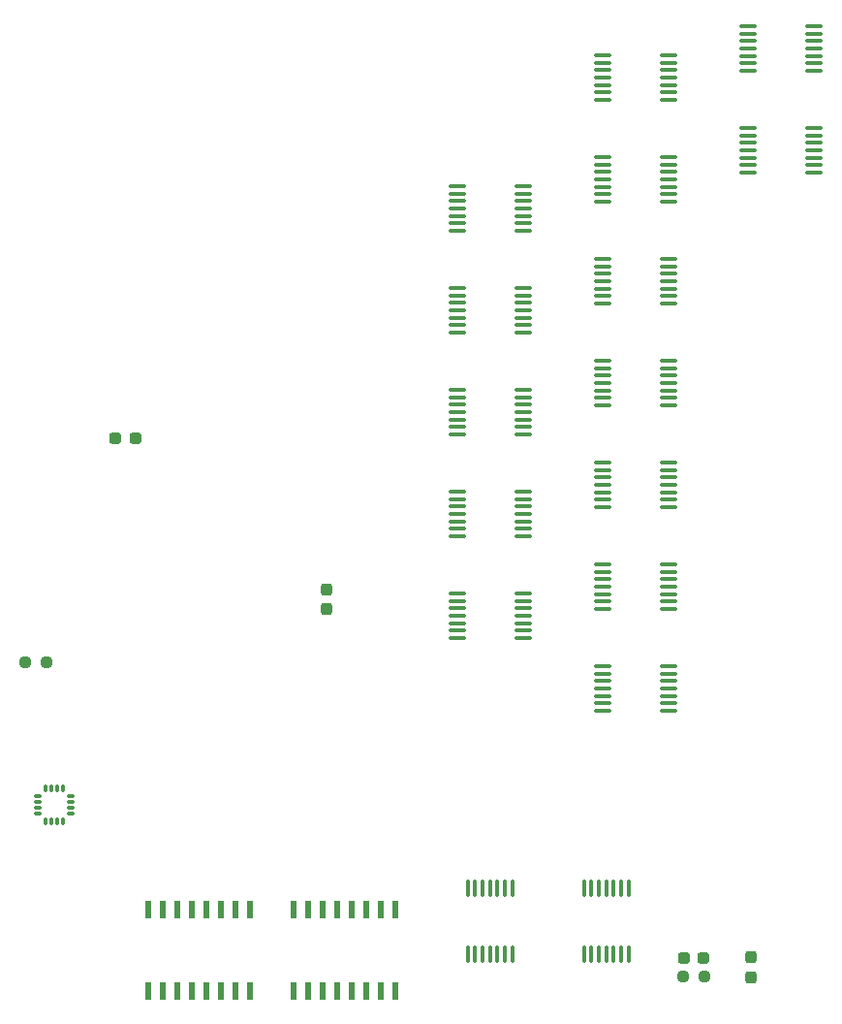
<source format=gtp>
G04 #@! TF.GenerationSoftware,KiCad,Pcbnew,(6.0.2)*
G04 #@! TF.CreationDate,2022-03-02T03:30:40+09:00*
G04 #@! TF.ProjectId,nes_peripheral,6e65735f-7065-4726-9970-686572616c2e,rev?*
G04 #@! TF.SameCoordinates,Original*
G04 #@! TF.FileFunction,Paste,Top*
G04 #@! TF.FilePolarity,Positive*
%FSLAX46Y46*%
G04 Gerber Fmt 4.6, Leading zero omitted, Abs format (unit mm)*
G04 Created by KiCad (PCBNEW (6.0.2)) date 2022-03-02 03:30:40*
%MOMM*%
%LPD*%
G01*
G04 APERTURE LIST*
G04 Aperture macros list*
%AMRoundRect*
0 Rectangle with rounded corners*
0 $1 Rounding radius*
0 $2 $3 $4 $5 $6 $7 $8 $9 X,Y pos of 4 corners*
0 Add a 4 corners polygon primitive as box body*
4,1,4,$2,$3,$4,$5,$6,$7,$8,$9,$2,$3,0*
0 Add four circle primitives for the rounded corners*
1,1,$1+$1,$2,$3*
1,1,$1+$1,$4,$5*
1,1,$1+$1,$6,$7*
1,1,$1+$1,$8,$9*
0 Add four rect primitives between the rounded corners*
20,1,$1+$1,$2,$3,$4,$5,0*
20,1,$1+$1,$4,$5,$6,$7,0*
20,1,$1+$1,$6,$7,$8,$9,0*
20,1,$1+$1,$8,$9,$2,$3,0*%
G04 Aperture macros list end*
%ADD10RoundRect,0.100000X-0.637500X-0.100000X0.637500X-0.100000X0.637500X0.100000X-0.637500X0.100000X0*%
%ADD11O,0.300000X0.800000*%
%ADD12O,0.800000X0.300000*%
%ADD13RoundRect,0.237500X-0.237500X0.287500X-0.237500X-0.287500X0.237500X-0.287500X0.237500X0.287500X0*%
%ADD14RoundRect,0.237500X0.250000X0.237500X-0.250000X0.237500X-0.250000X-0.237500X0.250000X-0.237500X0*%
%ADD15RoundRect,0.237500X-0.287500X-0.237500X0.287500X-0.237500X0.287500X0.237500X-0.287500X0.237500X0*%
%ADD16RoundRect,0.237500X0.287500X0.237500X-0.287500X0.237500X-0.287500X-0.237500X0.287500X-0.237500X0*%
%ADD17R,0.600000X1.500000*%
%ADD18RoundRect,0.100000X-0.100000X0.637500X-0.100000X-0.637500X0.100000X-0.637500X0.100000X0.637500X0*%
%ADD19RoundRect,0.237500X0.237500X-0.287500X0.237500X0.287500X-0.237500X0.287500X-0.237500X-0.287500X0*%
G04 APERTURE END LIST*
D10*
X93657500Y-93300000D03*
X93657500Y-93950000D03*
X93657500Y-94600000D03*
X93657500Y-95250000D03*
X93657500Y-95900000D03*
X93657500Y-96550000D03*
X93657500Y-97200000D03*
X99382500Y-97200000D03*
X99382500Y-96550000D03*
X99382500Y-95900000D03*
X99382500Y-95250000D03*
X99382500Y-94600000D03*
X99382500Y-93950000D03*
X99382500Y-93300000D03*
X93657500Y-75520000D03*
X93657500Y-76170000D03*
X93657500Y-76820000D03*
X93657500Y-77470000D03*
X93657500Y-78120000D03*
X93657500Y-78770000D03*
X93657500Y-79420000D03*
X99382500Y-79420000D03*
X99382500Y-78770000D03*
X99382500Y-78120000D03*
X99382500Y-77470000D03*
X99382500Y-76820000D03*
X99382500Y-76170000D03*
X99382500Y-75520000D03*
X80957500Y-60280000D03*
X80957500Y-60930000D03*
X80957500Y-61580000D03*
X80957500Y-62230000D03*
X80957500Y-62880000D03*
X80957500Y-63530000D03*
X80957500Y-64180000D03*
X86682500Y-64180000D03*
X86682500Y-63530000D03*
X86682500Y-62880000D03*
X86682500Y-62230000D03*
X86682500Y-61580000D03*
X86682500Y-60930000D03*
X86682500Y-60280000D03*
D11*
X46470000Y-112850000D03*
X45970000Y-112850000D03*
X45470000Y-112850000D03*
X44970000Y-112850000D03*
D12*
X44270000Y-113550000D03*
X44270000Y-114050000D03*
X44270000Y-114550000D03*
X44270000Y-115050000D03*
D11*
X44970000Y-115750000D03*
X45470000Y-115750000D03*
X45970000Y-115750000D03*
X46470000Y-115750000D03*
D12*
X47170000Y-115050000D03*
X47170000Y-114550000D03*
X47170000Y-114050000D03*
X47170000Y-113550000D03*
D10*
X93657500Y-84410000D03*
X93657500Y-85060000D03*
X93657500Y-85710000D03*
X93657500Y-86360000D03*
X93657500Y-87010000D03*
X93657500Y-87660000D03*
X93657500Y-88310000D03*
X99382500Y-88310000D03*
X99382500Y-87660000D03*
X99382500Y-87010000D03*
X99382500Y-86360000D03*
X99382500Y-85710000D03*
X99382500Y-85060000D03*
X99382500Y-84410000D03*
X80957500Y-95840000D03*
X80957500Y-96490000D03*
X80957500Y-97140000D03*
X80957500Y-97790000D03*
X80957500Y-98440000D03*
X80957500Y-99090000D03*
X80957500Y-99740000D03*
X86682500Y-99740000D03*
X86682500Y-99090000D03*
X86682500Y-98440000D03*
X86682500Y-97790000D03*
X86682500Y-97140000D03*
X86682500Y-96490000D03*
X86682500Y-95840000D03*
D13*
X106640000Y-127630000D03*
X106640000Y-129380000D03*
D14*
X45065000Y-101880000D03*
X43240000Y-101880000D03*
D10*
X106357500Y-55200000D03*
X106357500Y-55850000D03*
X106357500Y-56500000D03*
X106357500Y-57150000D03*
X106357500Y-57800000D03*
X106357500Y-58450000D03*
X106357500Y-59100000D03*
X112082500Y-59100000D03*
X112082500Y-58450000D03*
X112082500Y-57800000D03*
X112082500Y-57150000D03*
X112082500Y-56500000D03*
X112082500Y-55850000D03*
X112082500Y-55200000D03*
D15*
X51090000Y-82280000D03*
X52840000Y-82280000D03*
D10*
X93657500Y-102190000D03*
X93657500Y-102840000D03*
X93657500Y-103490000D03*
X93657500Y-104140000D03*
X93657500Y-104790000D03*
X93657500Y-105440000D03*
X93657500Y-106090000D03*
X99382500Y-106090000D03*
X99382500Y-105440000D03*
X99382500Y-104790000D03*
X99382500Y-104140000D03*
X99382500Y-103490000D03*
X99382500Y-102840000D03*
X99382500Y-102190000D03*
D16*
X102490000Y-127680000D03*
X100740000Y-127680000D03*
D17*
X53975000Y-130550000D03*
X55245000Y-130550000D03*
X56515000Y-130550000D03*
X57785000Y-130550000D03*
X59055000Y-130550000D03*
X60325000Y-130550000D03*
X61595000Y-130550000D03*
X62865000Y-130550000D03*
X62865000Y-123450000D03*
X61595000Y-123450000D03*
X60325000Y-123450000D03*
X59055000Y-123450000D03*
X57785000Y-123450000D03*
X56515000Y-123450000D03*
X55245000Y-123450000D03*
X53975000Y-123450000D03*
D18*
X95930000Y-121597500D03*
X95280000Y-121597500D03*
X94630000Y-121597500D03*
X93980000Y-121597500D03*
X93330000Y-121597500D03*
X92680000Y-121597500D03*
X92030000Y-121597500D03*
X92030000Y-127322500D03*
X92680000Y-127322500D03*
X93330000Y-127322500D03*
X93980000Y-127322500D03*
X94630000Y-127322500D03*
X95280000Y-127322500D03*
X95930000Y-127322500D03*
D14*
X102540000Y-129280000D03*
X100715000Y-129280000D03*
D18*
X85770000Y-121597500D03*
X85120000Y-121597500D03*
X84470000Y-121597500D03*
X83820000Y-121597500D03*
X83170000Y-121597500D03*
X82520000Y-121597500D03*
X81870000Y-121597500D03*
X81870000Y-127322500D03*
X82520000Y-127322500D03*
X83170000Y-127322500D03*
X83820000Y-127322500D03*
X84470000Y-127322500D03*
X85120000Y-127322500D03*
X85770000Y-127322500D03*
D10*
X93657500Y-57740000D03*
X93657500Y-58390000D03*
X93657500Y-59040000D03*
X93657500Y-59690000D03*
X93657500Y-60340000D03*
X93657500Y-60990000D03*
X93657500Y-61640000D03*
X99382500Y-61640000D03*
X99382500Y-60990000D03*
X99382500Y-60340000D03*
X99382500Y-59690000D03*
X99382500Y-59040000D03*
X99382500Y-58390000D03*
X99382500Y-57740000D03*
X80957500Y-69170000D03*
X80957500Y-69820000D03*
X80957500Y-70470000D03*
X80957500Y-71120000D03*
X80957500Y-71770000D03*
X80957500Y-72420000D03*
X80957500Y-73070000D03*
X86682500Y-73070000D03*
X86682500Y-72420000D03*
X86682500Y-71770000D03*
X86682500Y-71120000D03*
X86682500Y-70470000D03*
X86682500Y-69820000D03*
X86682500Y-69170000D03*
D17*
X66675000Y-130550000D03*
X67945000Y-130550000D03*
X69215000Y-130550000D03*
X70485000Y-130550000D03*
X71755000Y-130550000D03*
X73025000Y-130550000D03*
X74295000Y-130550000D03*
X75565000Y-130550000D03*
X75565000Y-123450000D03*
X74295000Y-123450000D03*
X73025000Y-123450000D03*
X71755000Y-123450000D03*
X70485000Y-123450000D03*
X69215000Y-123450000D03*
X67945000Y-123450000D03*
X66675000Y-123450000D03*
D10*
X106357500Y-46310000D03*
X106357500Y-46960000D03*
X106357500Y-47610000D03*
X106357500Y-48260000D03*
X106357500Y-48910000D03*
X106357500Y-49560000D03*
X106357500Y-50210000D03*
X112082500Y-50210000D03*
X112082500Y-49560000D03*
X112082500Y-48910000D03*
X112082500Y-48260000D03*
X112082500Y-47610000D03*
X112082500Y-46960000D03*
X112082500Y-46310000D03*
X80957500Y-86950000D03*
X80957500Y-87600000D03*
X80957500Y-88250000D03*
X80957500Y-88900000D03*
X80957500Y-89550000D03*
X80957500Y-90200000D03*
X80957500Y-90850000D03*
X86682500Y-90850000D03*
X86682500Y-90200000D03*
X86682500Y-89550000D03*
X86682500Y-88900000D03*
X86682500Y-88250000D03*
X86682500Y-87600000D03*
X86682500Y-86950000D03*
X93657500Y-48850000D03*
X93657500Y-49500000D03*
X93657500Y-50150000D03*
X93657500Y-50800000D03*
X93657500Y-51450000D03*
X93657500Y-52100000D03*
X93657500Y-52750000D03*
X99382500Y-52750000D03*
X99382500Y-52100000D03*
X99382500Y-51450000D03*
X99382500Y-50800000D03*
X99382500Y-50150000D03*
X99382500Y-49500000D03*
X99382500Y-48850000D03*
D19*
X69540000Y-97230000D03*
X69540000Y-95480000D03*
D10*
X80957500Y-78060000D03*
X80957500Y-78710000D03*
X80957500Y-79360000D03*
X80957500Y-80010000D03*
X80957500Y-80660000D03*
X80957500Y-81310000D03*
X80957500Y-81960000D03*
X86682500Y-81960000D03*
X86682500Y-81310000D03*
X86682500Y-80660000D03*
X86682500Y-80010000D03*
X86682500Y-79360000D03*
X86682500Y-78710000D03*
X86682500Y-78060000D03*
X93657500Y-66630000D03*
X93657500Y-67280000D03*
X93657500Y-67930000D03*
X93657500Y-68580000D03*
X93657500Y-69230000D03*
X93657500Y-69880000D03*
X93657500Y-70530000D03*
X99382500Y-70530000D03*
X99382500Y-69880000D03*
X99382500Y-69230000D03*
X99382500Y-68580000D03*
X99382500Y-67930000D03*
X99382500Y-67280000D03*
X99382500Y-66630000D03*
M02*

</source>
